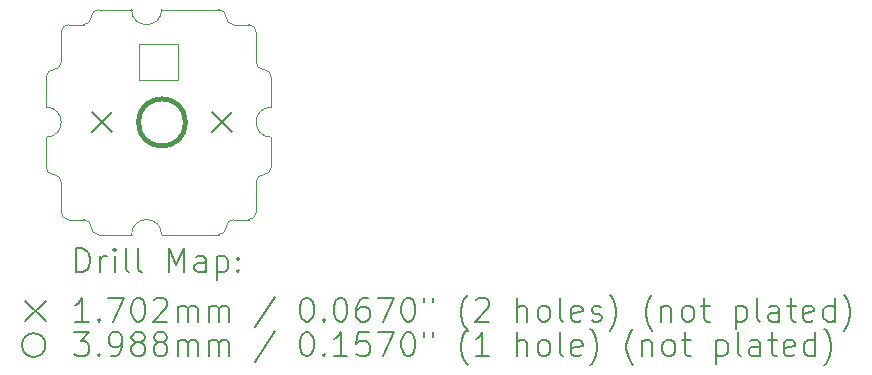
<source format=gbr>
%TF.GenerationSoftware,KiCad,Pcbnew,7.0.5*%
%TF.CreationDate,2023-12-15T15:55:04-05:00*%
%TF.ProjectId,amoebe_streamline,616d6f65-6265-45f7-9374-7265616d6c69,rev?*%
%TF.SameCoordinates,Original*%
%TF.FileFunction,Drillmap*%
%TF.FilePolarity,Positive*%
%FSLAX45Y45*%
G04 Gerber Fmt 4.5, Leading zero omitted, Abs format (unit mm)*
G04 Created by KiCad (PCBNEW 7.0.5) date 2023-12-15 15:55:04*
%MOMM*%
%LPD*%
G01*
G04 APERTURE LIST*
%ADD10C,0.100000*%
%ADD11C,0.200000*%
%ADD12C,0.170180*%
%ADD13C,0.398780*%
G04 APERTURE END LIST*
D10*
X13398500Y-9588500D02*
G75*
G03*
X13335000Y-9652000I0J-63500D01*
G01*
X14058200Y-9080500D02*
G75*
G03*
X14312200Y-9080500I127000J0D01*
G01*
X13525500Y-9207500D02*
X13652500Y-9207500D01*
X13779500Y-10985500D02*
X14058200Y-10985500D01*
X15240000Y-9652000D02*
G75*
G03*
X15176500Y-9588500I-63500J0D01*
G01*
X14452600Y-9373950D02*
X14124940Y-9373950D01*
X15113000Y-9271000D02*
X15113000Y-9525000D01*
X14859000Y-9144000D02*
G75*
G03*
X14922500Y-9207500I63500J0D01*
G01*
X13652500Y-9207500D02*
G75*
G03*
X13716000Y-9144000I0J63500D01*
G01*
X15240000Y-10160000D02*
X15240000Y-10414000D01*
X15240000Y-9906000D02*
X15240000Y-9652000D01*
X13462000Y-10795000D02*
G75*
G03*
X13525500Y-10858500I63500J0D01*
G01*
X13779500Y-9080500D02*
G75*
G03*
X13716000Y-9144000I0J-63500D01*
G01*
X13335000Y-10414000D02*
G75*
G03*
X13398500Y-10477500I63500J0D01*
G01*
X14312200Y-10985500D02*
X14795500Y-10985500D01*
X13335000Y-9906000D02*
X13335000Y-9652000D01*
X14452600Y-9676050D02*
X14452600Y-9373950D01*
X14922500Y-10858500D02*
G75*
G03*
X14859000Y-10922000I0J-63500D01*
G01*
X13716000Y-10922000D02*
G75*
G03*
X13779500Y-10985500I63500J0D01*
G01*
X13335000Y-10160000D02*
X13335000Y-10414000D01*
X14859000Y-9144000D02*
G75*
G03*
X14795500Y-9080500I-63500J0D01*
G01*
X13462000Y-9271000D02*
X13462000Y-9525000D01*
X13335000Y-10160000D02*
G75*
G03*
X13335000Y-9906000I0J127000D01*
G01*
X15049500Y-10858500D02*
G75*
G03*
X15113000Y-10795000I0J63500D01*
G01*
X13525500Y-9207500D02*
G75*
G03*
X13462000Y-9271000I0J-63500D01*
G01*
X15176500Y-10477500D02*
G75*
G03*
X15113000Y-10541000I0J-63500D01*
G01*
X15049500Y-10858500D02*
X14922500Y-10858500D01*
X15113000Y-9271000D02*
G75*
G03*
X15049500Y-9207500I-63500J0D01*
G01*
X13779500Y-9080500D02*
X14058200Y-9080500D01*
X13716000Y-10922000D02*
G75*
G03*
X13652500Y-10858500I-63500J0D01*
G01*
X15176500Y-10477500D02*
G75*
G03*
X15240000Y-10414000I0J63500D01*
G01*
X13525500Y-10858500D02*
X13652500Y-10858500D01*
X15113000Y-9525000D02*
G75*
G03*
X15176500Y-9588500I63500J0D01*
G01*
X14124940Y-9676050D02*
X14452600Y-9676050D01*
X13398500Y-9588500D02*
G75*
G03*
X13462000Y-9525000I0J63500D01*
G01*
X14922500Y-9207500D02*
X15049500Y-9207500D01*
X13462000Y-10541000D02*
G75*
G03*
X13398500Y-10477500I-63500J0D01*
G01*
X15240000Y-9906000D02*
G75*
G03*
X15240000Y-10160000I0J-127000D01*
G01*
X14795500Y-9080500D02*
X14312200Y-9080500D01*
X14124940Y-9373950D02*
X14124940Y-9676050D01*
X14312200Y-10985500D02*
G75*
G03*
X14058200Y-10985500I-127000J0D01*
G01*
X15113000Y-10795000D02*
X15113000Y-10541000D01*
X14795500Y-10985500D02*
G75*
G03*
X14859000Y-10922000I0J63500D01*
G01*
X13462000Y-10541000D02*
X13462000Y-10795000D01*
D11*
D12*
X13722350Y-9950450D02*
X13892530Y-10120630D01*
X13892530Y-9950450D02*
X13722350Y-10120630D01*
X14738350Y-9950450D02*
X14908530Y-10120630D01*
X14908530Y-9950450D02*
X14738350Y-10120630D01*
D13*
X14514830Y-10035540D02*
G75*
G03*
X14514830Y-10035540I-199390J0D01*
G01*
D11*
X13590777Y-11301984D02*
X13590777Y-11101984D01*
X13590777Y-11101984D02*
X13638396Y-11101984D01*
X13638396Y-11101984D02*
X13666967Y-11111508D01*
X13666967Y-11111508D02*
X13686015Y-11130555D01*
X13686015Y-11130555D02*
X13695539Y-11149603D01*
X13695539Y-11149603D02*
X13705062Y-11187698D01*
X13705062Y-11187698D02*
X13705062Y-11216269D01*
X13705062Y-11216269D02*
X13695539Y-11254365D01*
X13695539Y-11254365D02*
X13686015Y-11273412D01*
X13686015Y-11273412D02*
X13666967Y-11292460D01*
X13666967Y-11292460D02*
X13638396Y-11301984D01*
X13638396Y-11301984D02*
X13590777Y-11301984D01*
X13790777Y-11301984D02*
X13790777Y-11168650D01*
X13790777Y-11206746D02*
X13800301Y-11187698D01*
X13800301Y-11187698D02*
X13809824Y-11178174D01*
X13809824Y-11178174D02*
X13828872Y-11168650D01*
X13828872Y-11168650D02*
X13847920Y-11168650D01*
X13914586Y-11301984D02*
X13914586Y-11168650D01*
X13914586Y-11101984D02*
X13905062Y-11111508D01*
X13905062Y-11111508D02*
X13914586Y-11121031D01*
X13914586Y-11121031D02*
X13924110Y-11111508D01*
X13924110Y-11111508D02*
X13914586Y-11101984D01*
X13914586Y-11101984D02*
X13914586Y-11121031D01*
X14038396Y-11301984D02*
X14019348Y-11292460D01*
X14019348Y-11292460D02*
X14009824Y-11273412D01*
X14009824Y-11273412D02*
X14009824Y-11101984D01*
X14143158Y-11301984D02*
X14124110Y-11292460D01*
X14124110Y-11292460D02*
X14114586Y-11273412D01*
X14114586Y-11273412D02*
X14114586Y-11101984D01*
X14371729Y-11301984D02*
X14371729Y-11101984D01*
X14371729Y-11101984D02*
X14438396Y-11244841D01*
X14438396Y-11244841D02*
X14505062Y-11101984D01*
X14505062Y-11101984D02*
X14505062Y-11301984D01*
X14686015Y-11301984D02*
X14686015Y-11197222D01*
X14686015Y-11197222D02*
X14676491Y-11178174D01*
X14676491Y-11178174D02*
X14657443Y-11168650D01*
X14657443Y-11168650D02*
X14619348Y-11168650D01*
X14619348Y-11168650D02*
X14600301Y-11178174D01*
X14686015Y-11292460D02*
X14666967Y-11301984D01*
X14666967Y-11301984D02*
X14619348Y-11301984D01*
X14619348Y-11301984D02*
X14600301Y-11292460D01*
X14600301Y-11292460D02*
X14590777Y-11273412D01*
X14590777Y-11273412D02*
X14590777Y-11254365D01*
X14590777Y-11254365D02*
X14600301Y-11235317D01*
X14600301Y-11235317D02*
X14619348Y-11225793D01*
X14619348Y-11225793D02*
X14666967Y-11225793D01*
X14666967Y-11225793D02*
X14686015Y-11216269D01*
X14781253Y-11168650D02*
X14781253Y-11368650D01*
X14781253Y-11178174D02*
X14800301Y-11168650D01*
X14800301Y-11168650D02*
X14838396Y-11168650D01*
X14838396Y-11168650D02*
X14857443Y-11178174D01*
X14857443Y-11178174D02*
X14866967Y-11187698D01*
X14866967Y-11187698D02*
X14876491Y-11206746D01*
X14876491Y-11206746D02*
X14876491Y-11263888D01*
X14876491Y-11263888D02*
X14866967Y-11282936D01*
X14866967Y-11282936D02*
X14857443Y-11292460D01*
X14857443Y-11292460D02*
X14838396Y-11301984D01*
X14838396Y-11301984D02*
X14800301Y-11301984D01*
X14800301Y-11301984D02*
X14781253Y-11292460D01*
X14962205Y-11282936D02*
X14971729Y-11292460D01*
X14971729Y-11292460D02*
X14962205Y-11301984D01*
X14962205Y-11301984D02*
X14952682Y-11292460D01*
X14952682Y-11292460D02*
X14962205Y-11282936D01*
X14962205Y-11282936D02*
X14962205Y-11301984D01*
X14962205Y-11178174D02*
X14971729Y-11187698D01*
X14971729Y-11187698D02*
X14962205Y-11197222D01*
X14962205Y-11197222D02*
X14952682Y-11187698D01*
X14952682Y-11187698D02*
X14962205Y-11178174D01*
X14962205Y-11178174D02*
X14962205Y-11197222D01*
D12*
X13159820Y-11545410D02*
X13330000Y-11715590D01*
X13330000Y-11545410D02*
X13159820Y-11715590D01*
D11*
X13695539Y-11721984D02*
X13581253Y-11721984D01*
X13638396Y-11721984D02*
X13638396Y-11521984D01*
X13638396Y-11521984D02*
X13619348Y-11550555D01*
X13619348Y-11550555D02*
X13600301Y-11569603D01*
X13600301Y-11569603D02*
X13581253Y-11579127D01*
X13781253Y-11702936D02*
X13790777Y-11712460D01*
X13790777Y-11712460D02*
X13781253Y-11721984D01*
X13781253Y-11721984D02*
X13771729Y-11712460D01*
X13771729Y-11712460D02*
X13781253Y-11702936D01*
X13781253Y-11702936D02*
X13781253Y-11721984D01*
X13857443Y-11521984D02*
X13990777Y-11521984D01*
X13990777Y-11521984D02*
X13905062Y-11721984D01*
X14105062Y-11521984D02*
X14124110Y-11521984D01*
X14124110Y-11521984D02*
X14143158Y-11531508D01*
X14143158Y-11531508D02*
X14152682Y-11541031D01*
X14152682Y-11541031D02*
X14162205Y-11560079D01*
X14162205Y-11560079D02*
X14171729Y-11598174D01*
X14171729Y-11598174D02*
X14171729Y-11645793D01*
X14171729Y-11645793D02*
X14162205Y-11683888D01*
X14162205Y-11683888D02*
X14152682Y-11702936D01*
X14152682Y-11702936D02*
X14143158Y-11712460D01*
X14143158Y-11712460D02*
X14124110Y-11721984D01*
X14124110Y-11721984D02*
X14105062Y-11721984D01*
X14105062Y-11721984D02*
X14086015Y-11712460D01*
X14086015Y-11712460D02*
X14076491Y-11702936D01*
X14076491Y-11702936D02*
X14066967Y-11683888D01*
X14066967Y-11683888D02*
X14057443Y-11645793D01*
X14057443Y-11645793D02*
X14057443Y-11598174D01*
X14057443Y-11598174D02*
X14066967Y-11560079D01*
X14066967Y-11560079D02*
X14076491Y-11541031D01*
X14076491Y-11541031D02*
X14086015Y-11531508D01*
X14086015Y-11531508D02*
X14105062Y-11521984D01*
X14247920Y-11541031D02*
X14257443Y-11531508D01*
X14257443Y-11531508D02*
X14276491Y-11521984D01*
X14276491Y-11521984D02*
X14324110Y-11521984D01*
X14324110Y-11521984D02*
X14343158Y-11531508D01*
X14343158Y-11531508D02*
X14352682Y-11541031D01*
X14352682Y-11541031D02*
X14362205Y-11560079D01*
X14362205Y-11560079D02*
X14362205Y-11579127D01*
X14362205Y-11579127D02*
X14352682Y-11607698D01*
X14352682Y-11607698D02*
X14238396Y-11721984D01*
X14238396Y-11721984D02*
X14362205Y-11721984D01*
X14447920Y-11721984D02*
X14447920Y-11588650D01*
X14447920Y-11607698D02*
X14457443Y-11598174D01*
X14457443Y-11598174D02*
X14476491Y-11588650D01*
X14476491Y-11588650D02*
X14505063Y-11588650D01*
X14505063Y-11588650D02*
X14524110Y-11598174D01*
X14524110Y-11598174D02*
X14533634Y-11617222D01*
X14533634Y-11617222D02*
X14533634Y-11721984D01*
X14533634Y-11617222D02*
X14543158Y-11598174D01*
X14543158Y-11598174D02*
X14562205Y-11588650D01*
X14562205Y-11588650D02*
X14590777Y-11588650D01*
X14590777Y-11588650D02*
X14609824Y-11598174D01*
X14609824Y-11598174D02*
X14619348Y-11617222D01*
X14619348Y-11617222D02*
X14619348Y-11721984D01*
X14714586Y-11721984D02*
X14714586Y-11588650D01*
X14714586Y-11607698D02*
X14724110Y-11598174D01*
X14724110Y-11598174D02*
X14743158Y-11588650D01*
X14743158Y-11588650D02*
X14771729Y-11588650D01*
X14771729Y-11588650D02*
X14790777Y-11598174D01*
X14790777Y-11598174D02*
X14800301Y-11617222D01*
X14800301Y-11617222D02*
X14800301Y-11721984D01*
X14800301Y-11617222D02*
X14809824Y-11598174D01*
X14809824Y-11598174D02*
X14828872Y-11588650D01*
X14828872Y-11588650D02*
X14857443Y-11588650D01*
X14857443Y-11588650D02*
X14876491Y-11598174D01*
X14876491Y-11598174D02*
X14886015Y-11617222D01*
X14886015Y-11617222D02*
X14886015Y-11721984D01*
X15276491Y-11512460D02*
X15105063Y-11769603D01*
X15533634Y-11521984D02*
X15552682Y-11521984D01*
X15552682Y-11521984D02*
X15571729Y-11531508D01*
X15571729Y-11531508D02*
X15581253Y-11541031D01*
X15581253Y-11541031D02*
X15590777Y-11560079D01*
X15590777Y-11560079D02*
X15600301Y-11598174D01*
X15600301Y-11598174D02*
X15600301Y-11645793D01*
X15600301Y-11645793D02*
X15590777Y-11683888D01*
X15590777Y-11683888D02*
X15581253Y-11702936D01*
X15581253Y-11702936D02*
X15571729Y-11712460D01*
X15571729Y-11712460D02*
X15552682Y-11721984D01*
X15552682Y-11721984D02*
X15533634Y-11721984D01*
X15533634Y-11721984D02*
X15514586Y-11712460D01*
X15514586Y-11712460D02*
X15505063Y-11702936D01*
X15505063Y-11702936D02*
X15495539Y-11683888D01*
X15495539Y-11683888D02*
X15486015Y-11645793D01*
X15486015Y-11645793D02*
X15486015Y-11598174D01*
X15486015Y-11598174D02*
X15495539Y-11560079D01*
X15495539Y-11560079D02*
X15505063Y-11541031D01*
X15505063Y-11541031D02*
X15514586Y-11531508D01*
X15514586Y-11531508D02*
X15533634Y-11521984D01*
X15686015Y-11702936D02*
X15695539Y-11712460D01*
X15695539Y-11712460D02*
X15686015Y-11721984D01*
X15686015Y-11721984D02*
X15676491Y-11712460D01*
X15676491Y-11712460D02*
X15686015Y-11702936D01*
X15686015Y-11702936D02*
X15686015Y-11721984D01*
X15819348Y-11521984D02*
X15838396Y-11521984D01*
X15838396Y-11521984D02*
X15857444Y-11531508D01*
X15857444Y-11531508D02*
X15866967Y-11541031D01*
X15866967Y-11541031D02*
X15876491Y-11560079D01*
X15876491Y-11560079D02*
X15886015Y-11598174D01*
X15886015Y-11598174D02*
X15886015Y-11645793D01*
X15886015Y-11645793D02*
X15876491Y-11683888D01*
X15876491Y-11683888D02*
X15866967Y-11702936D01*
X15866967Y-11702936D02*
X15857444Y-11712460D01*
X15857444Y-11712460D02*
X15838396Y-11721984D01*
X15838396Y-11721984D02*
X15819348Y-11721984D01*
X15819348Y-11721984D02*
X15800301Y-11712460D01*
X15800301Y-11712460D02*
X15790777Y-11702936D01*
X15790777Y-11702936D02*
X15781253Y-11683888D01*
X15781253Y-11683888D02*
X15771729Y-11645793D01*
X15771729Y-11645793D02*
X15771729Y-11598174D01*
X15771729Y-11598174D02*
X15781253Y-11560079D01*
X15781253Y-11560079D02*
X15790777Y-11541031D01*
X15790777Y-11541031D02*
X15800301Y-11531508D01*
X15800301Y-11531508D02*
X15819348Y-11521984D01*
X16057444Y-11521984D02*
X16019348Y-11521984D01*
X16019348Y-11521984D02*
X16000301Y-11531508D01*
X16000301Y-11531508D02*
X15990777Y-11541031D01*
X15990777Y-11541031D02*
X15971729Y-11569603D01*
X15971729Y-11569603D02*
X15962206Y-11607698D01*
X15962206Y-11607698D02*
X15962206Y-11683888D01*
X15962206Y-11683888D02*
X15971729Y-11702936D01*
X15971729Y-11702936D02*
X15981253Y-11712460D01*
X15981253Y-11712460D02*
X16000301Y-11721984D01*
X16000301Y-11721984D02*
X16038396Y-11721984D01*
X16038396Y-11721984D02*
X16057444Y-11712460D01*
X16057444Y-11712460D02*
X16066967Y-11702936D01*
X16066967Y-11702936D02*
X16076491Y-11683888D01*
X16076491Y-11683888D02*
X16076491Y-11636269D01*
X16076491Y-11636269D02*
X16066967Y-11617222D01*
X16066967Y-11617222D02*
X16057444Y-11607698D01*
X16057444Y-11607698D02*
X16038396Y-11598174D01*
X16038396Y-11598174D02*
X16000301Y-11598174D01*
X16000301Y-11598174D02*
X15981253Y-11607698D01*
X15981253Y-11607698D02*
X15971729Y-11617222D01*
X15971729Y-11617222D02*
X15962206Y-11636269D01*
X16143158Y-11521984D02*
X16276491Y-11521984D01*
X16276491Y-11521984D02*
X16190777Y-11721984D01*
X16390777Y-11521984D02*
X16409825Y-11521984D01*
X16409825Y-11521984D02*
X16428872Y-11531508D01*
X16428872Y-11531508D02*
X16438396Y-11541031D01*
X16438396Y-11541031D02*
X16447920Y-11560079D01*
X16447920Y-11560079D02*
X16457444Y-11598174D01*
X16457444Y-11598174D02*
X16457444Y-11645793D01*
X16457444Y-11645793D02*
X16447920Y-11683888D01*
X16447920Y-11683888D02*
X16438396Y-11702936D01*
X16438396Y-11702936D02*
X16428872Y-11712460D01*
X16428872Y-11712460D02*
X16409825Y-11721984D01*
X16409825Y-11721984D02*
X16390777Y-11721984D01*
X16390777Y-11721984D02*
X16371729Y-11712460D01*
X16371729Y-11712460D02*
X16362206Y-11702936D01*
X16362206Y-11702936D02*
X16352682Y-11683888D01*
X16352682Y-11683888D02*
X16343158Y-11645793D01*
X16343158Y-11645793D02*
X16343158Y-11598174D01*
X16343158Y-11598174D02*
X16352682Y-11560079D01*
X16352682Y-11560079D02*
X16362206Y-11541031D01*
X16362206Y-11541031D02*
X16371729Y-11531508D01*
X16371729Y-11531508D02*
X16390777Y-11521984D01*
X16533634Y-11521984D02*
X16533634Y-11560079D01*
X16609825Y-11521984D02*
X16609825Y-11560079D01*
X16905063Y-11798174D02*
X16895539Y-11788650D01*
X16895539Y-11788650D02*
X16876491Y-11760079D01*
X16876491Y-11760079D02*
X16866968Y-11741031D01*
X16866968Y-11741031D02*
X16857444Y-11712460D01*
X16857444Y-11712460D02*
X16847920Y-11664841D01*
X16847920Y-11664841D02*
X16847920Y-11626746D01*
X16847920Y-11626746D02*
X16857444Y-11579127D01*
X16857444Y-11579127D02*
X16866968Y-11550555D01*
X16866968Y-11550555D02*
X16876491Y-11531508D01*
X16876491Y-11531508D02*
X16895539Y-11502936D01*
X16895539Y-11502936D02*
X16905063Y-11493412D01*
X16971730Y-11541031D02*
X16981253Y-11531508D01*
X16981253Y-11531508D02*
X17000301Y-11521984D01*
X17000301Y-11521984D02*
X17047920Y-11521984D01*
X17047920Y-11521984D02*
X17066968Y-11531508D01*
X17066968Y-11531508D02*
X17076491Y-11541031D01*
X17076491Y-11541031D02*
X17086015Y-11560079D01*
X17086015Y-11560079D02*
X17086015Y-11579127D01*
X17086015Y-11579127D02*
X17076491Y-11607698D01*
X17076491Y-11607698D02*
X16962206Y-11721984D01*
X16962206Y-11721984D02*
X17086015Y-11721984D01*
X17324111Y-11721984D02*
X17324111Y-11521984D01*
X17409825Y-11721984D02*
X17409825Y-11617222D01*
X17409825Y-11617222D02*
X17400301Y-11598174D01*
X17400301Y-11598174D02*
X17381253Y-11588650D01*
X17381253Y-11588650D02*
X17352682Y-11588650D01*
X17352682Y-11588650D02*
X17333634Y-11598174D01*
X17333634Y-11598174D02*
X17324111Y-11607698D01*
X17533634Y-11721984D02*
X17514587Y-11712460D01*
X17514587Y-11712460D02*
X17505063Y-11702936D01*
X17505063Y-11702936D02*
X17495539Y-11683888D01*
X17495539Y-11683888D02*
X17495539Y-11626746D01*
X17495539Y-11626746D02*
X17505063Y-11607698D01*
X17505063Y-11607698D02*
X17514587Y-11598174D01*
X17514587Y-11598174D02*
X17533634Y-11588650D01*
X17533634Y-11588650D02*
X17562206Y-11588650D01*
X17562206Y-11588650D02*
X17581253Y-11598174D01*
X17581253Y-11598174D02*
X17590777Y-11607698D01*
X17590777Y-11607698D02*
X17600301Y-11626746D01*
X17600301Y-11626746D02*
X17600301Y-11683888D01*
X17600301Y-11683888D02*
X17590777Y-11702936D01*
X17590777Y-11702936D02*
X17581253Y-11712460D01*
X17581253Y-11712460D02*
X17562206Y-11721984D01*
X17562206Y-11721984D02*
X17533634Y-11721984D01*
X17714587Y-11721984D02*
X17695539Y-11712460D01*
X17695539Y-11712460D02*
X17686015Y-11693412D01*
X17686015Y-11693412D02*
X17686015Y-11521984D01*
X17866968Y-11712460D02*
X17847920Y-11721984D01*
X17847920Y-11721984D02*
X17809825Y-11721984D01*
X17809825Y-11721984D02*
X17790777Y-11712460D01*
X17790777Y-11712460D02*
X17781253Y-11693412D01*
X17781253Y-11693412D02*
X17781253Y-11617222D01*
X17781253Y-11617222D02*
X17790777Y-11598174D01*
X17790777Y-11598174D02*
X17809825Y-11588650D01*
X17809825Y-11588650D02*
X17847920Y-11588650D01*
X17847920Y-11588650D02*
X17866968Y-11598174D01*
X17866968Y-11598174D02*
X17876492Y-11617222D01*
X17876492Y-11617222D02*
X17876492Y-11636269D01*
X17876492Y-11636269D02*
X17781253Y-11655317D01*
X17952682Y-11712460D02*
X17971730Y-11721984D01*
X17971730Y-11721984D02*
X18009825Y-11721984D01*
X18009825Y-11721984D02*
X18028873Y-11712460D01*
X18028873Y-11712460D02*
X18038396Y-11693412D01*
X18038396Y-11693412D02*
X18038396Y-11683888D01*
X18038396Y-11683888D02*
X18028873Y-11664841D01*
X18028873Y-11664841D02*
X18009825Y-11655317D01*
X18009825Y-11655317D02*
X17981253Y-11655317D01*
X17981253Y-11655317D02*
X17962206Y-11645793D01*
X17962206Y-11645793D02*
X17952682Y-11626746D01*
X17952682Y-11626746D02*
X17952682Y-11617222D01*
X17952682Y-11617222D02*
X17962206Y-11598174D01*
X17962206Y-11598174D02*
X17981253Y-11588650D01*
X17981253Y-11588650D02*
X18009825Y-11588650D01*
X18009825Y-11588650D02*
X18028873Y-11598174D01*
X18105063Y-11798174D02*
X18114587Y-11788650D01*
X18114587Y-11788650D02*
X18133634Y-11760079D01*
X18133634Y-11760079D02*
X18143158Y-11741031D01*
X18143158Y-11741031D02*
X18152682Y-11712460D01*
X18152682Y-11712460D02*
X18162206Y-11664841D01*
X18162206Y-11664841D02*
X18162206Y-11626746D01*
X18162206Y-11626746D02*
X18152682Y-11579127D01*
X18152682Y-11579127D02*
X18143158Y-11550555D01*
X18143158Y-11550555D02*
X18133634Y-11531508D01*
X18133634Y-11531508D02*
X18114587Y-11502936D01*
X18114587Y-11502936D02*
X18105063Y-11493412D01*
X18466968Y-11798174D02*
X18457444Y-11788650D01*
X18457444Y-11788650D02*
X18438396Y-11760079D01*
X18438396Y-11760079D02*
X18428873Y-11741031D01*
X18428873Y-11741031D02*
X18419349Y-11712460D01*
X18419349Y-11712460D02*
X18409825Y-11664841D01*
X18409825Y-11664841D02*
X18409825Y-11626746D01*
X18409825Y-11626746D02*
X18419349Y-11579127D01*
X18419349Y-11579127D02*
X18428873Y-11550555D01*
X18428873Y-11550555D02*
X18438396Y-11531508D01*
X18438396Y-11531508D02*
X18457444Y-11502936D01*
X18457444Y-11502936D02*
X18466968Y-11493412D01*
X18543158Y-11588650D02*
X18543158Y-11721984D01*
X18543158Y-11607698D02*
X18552682Y-11598174D01*
X18552682Y-11598174D02*
X18571730Y-11588650D01*
X18571730Y-11588650D02*
X18600301Y-11588650D01*
X18600301Y-11588650D02*
X18619349Y-11598174D01*
X18619349Y-11598174D02*
X18628873Y-11617222D01*
X18628873Y-11617222D02*
X18628873Y-11721984D01*
X18752682Y-11721984D02*
X18733634Y-11712460D01*
X18733634Y-11712460D02*
X18724111Y-11702936D01*
X18724111Y-11702936D02*
X18714587Y-11683888D01*
X18714587Y-11683888D02*
X18714587Y-11626746D01*
X18714587Y-11626746D02*
X18724111Y-11607698D01*
X18724111Y-11607698D02*
X18733634Y-11598174D01*
X18733634Y-11598174D02*
X18752682Y-11588650D01*
X18752682Y-11588650D02*
X18781254Y-11588650D01*
X18781254Y-11588650D02*
X18800301Y-11598174D01*
X18800301Y-11598174D02*
X18809825Y-11607698D01*
X18809825Y-11607698D02*
X18819349Y-11626746D01*
X18819349Y-11626746D02*
X18819349Y-11683888D01*
X18819349Y-11683888D02*
X18809825Y-11702936D01*
X18809825Y-11702936D02*
X18800301Y-11712460D01*
X18800301Y-11712460D02*
X18781254Y-11721984D01*
X18781254Y-11721984D02*
X18752682Y-11721984D01*
X18876492Y-11588650D02*
X18952682Y-11588650D01*
X18905063Y-11521984D02*
X18905063Y-11693412D01*
X18905063Y-11693412D02*
X18914587Y-11712460D01*
X18914587Y-11712460D02*
X18933634Y-11721984D01*
X18933634Y-11721984D02*
X18952682Y-11721984D01*
X19171730Y-11588650D02*
X19171730Y-11788650D01*
X19171730Y-11598174D02*
X19190777Y-11588650D01*
X19190777Y-11588650D02*
X19228873Y-11588650D01*
X19228873Y-11588650D02*
X19247920Y-11598174D01*
X19247920Y-11598174D02*
X19257444Y-11607698D01*
X19257444Y-11607698D02*
X19266968Y-11626746D01*
X19266968Y-11626746D02*
X19266968Y-11683888D01*
X19266968Y-11683888D02*
X19257444Y-11702936D01*
X19257444Y-11702936D02*
X19247920Y-11712460D01*
X19247920Y-11712460D02*
X19228873Y-11721984D01*
X19228873Y-11721984D02*
X19190777Y-11721984D01*
X19190777Y-11721984D02*
X19171730Y-11712460D01*
X19381254Y-11721984D02*
X19362206Y-11712460D01*
X19362206Y-11712460D02*
X19352682Y-11693412D01*
X19352682Y-11693412D02*
X19352682Y-11521984D01*
X19543158Y-11721984D02*
X19543158Y-11617222D01*
X19543158Y-11617222D02*
X19533635Y-11598174D01*
X19533635Y-11598174D02*
X19514587Y-11588650D01*
X19514587Y-11588650D02*
X19476492Y-11588650D01*
X19476492Y-11588650D02*
X19457444Y-11598174D01*
X19543158Y-11712460D02*
X19524111Y-11721984D01*
X19524111Y-11721984D02*
X19476492Y-11721984D01*
X19476492Y-11721984D02*
X19457444Y-11712460D01*
X19457444Y-11712460D02*
X19447920Y-11693412D01*
X19447920Y-11693412D02*
X19447920Y-11674365D01*
X19447920Y-11674365D02*
X19457444Y-11655317D01*
X19457444Y-11655317D02*
X19476492Y-11645793D01*
X19476492Y-11645793D02*
X19524111Y-11645793D01*
X19524111Y-11645793D02*
X19543158Y-11636269D01*
X19609825Y-11588650D02*
X19686015Y-11588650D01*
X19638396Y-11521984D02*
X19638396Y-11693412D01*
X19638396Y-11693412D02*
X19647920Y-11712460D01*
X19647920Y-11712460D02*
X19666968Y-11721984D01*
X19666968Y-11721984D02*
X19686015Y-11721984D01*
X19828873Y-11712460D02*
X19809825Y-11721984D01*
X19809825Y-11721984D02*
X19771730Y-11721984D01*
X19771730Y-11721984D02*
X19752682Y-11712460D01*
X19752682Y-11712460D02*
X19743158Y-11693412D01*
X19743158Y-11693412D02*
X19743158Y-11617222D01*
X19743158Y-11617222D02*
X19752682Y-11598174D01*
X19752682Y-11598174D02*
X19771730Y-11588650D01*
X19771730Y-11588650D02*
X19809825Y-11588650D01*
X19809825Y-11588650D02*
X19828873Y-11598174D01*
X19828873Y-11598174D02*
X19838396Y-11617222D01*
X19838396Y-11617222D02*
X19838396Y-11636269D01*
X19838396Y-11636269D02*
X19743158Y-11655317D01*
X20009825Y-11721984D02*
X20009825Y-11521984D01*
X20009825Y-11712460D02*
X19990777Y-11721984D01*
X19990777Y-11721984D02*
X19952682Y-11721984D01*
X19952682Y-11721984D02*
X19933635Y-11712460D01*
X19933635Y-11712460D02*
X19924111Y-11702936D01*
X19924111Y-11702936D02*
X19914587Y-11683888D01*
X19914587Y-11683888D02*
X19914587Y-11626746D01*
X19914587Y-11626746D02*
X19924111Y-11607698D01*
X19924111Y-11607698D02*
X19933635Y-11598174D01*
X19933635Y-11598174D02*
X19952682Y-11588650D01*
X19952682Y-11588650D02*
X19990777Y-11588650D01*
X19990777Y-11588650D02*
X20009825Y-11598174D01*
X20086016Y-11798174D02*
X20095539Y-11788650D01*
X20095539Y-11788650D02*
X20114587Y-11760079D01*
X20114587Y-11760079D02*
X20124111Y-11741031D01*
X20124111Y-11741031D02*
X20133635Y-11712460D01*
X20133635Y-11712460D02*
X20143158Y-11664841D01*
X20143158Y-11664841D02*
X20143158Y-11626746D01*
X20143158Y-11626746D02*
X20133635Y-11579127D01*
X20133635Y-11579127D02*
X20124111Y-11550555D01*
X20124111Y-11550555D02*
X20114587Y-11531508D01*
X20114587Y-11531508D02*
X20095539Y-11502936D01*
X20095539Y-11502936D02*
X20086016Y-11493412D01*
X13330000Y-11920680D02*
G75*
G03*
X13330000Y-11920680I-100000J0D01*
G01*
X13571729Y-11812164D02*
X13695539Y-11812164D01*
X13695539Y-11812164D02*
X13628872Y-11888354D01*
X13628872Y-11888354D02*
X13657443Y-11888354D01*
X13657443Y-11888354D02*
X13676491Y-11897878D01*
X13676491Y-11897878D02*
X13686015Y-11907402D01*
X13686015Y-11907402D02*
X13695539Y-11926449D01*
X13695539Y-11926449D02*
X13695539Y-11974068D01*
X13695539Y-11974068D02*
X13686015Y-11993116D01*
X13686015Y-11993116D02*
X13676491Y-12002640D01*
X13676491Y-12002640D02*
X13657443Y-12012164D01*
X13657443Y-12012164D02*
X13600301Y-12012164D01*
X13600301Y-12012164D02*
X13581253Y-12002640D01*
X13581253Y-12002640D02*
X13571729Y-11993116D01*
X13781253Y-11993116D02*
X13790777Y-12002640D01*
X13790777Y-12002640D02*
X13781253Y-12012164D01*
X13781253Y-12012164D02*
X13771729Y-12002640D01*
X13771729Y-12002640D02*
X13781253Y-11993116D01*
X13781253Y-11993116D02*
X13781253Y-12012164D01*
X13886015Y-12012164D02*
X13924110Y-12012164D01*
X13924110Y-12012164D02*
X13943158Y-12002640D01*
X13943158Y-12002640D02*
X13952682Y-11993116D01*
X13952682Y-11993116D02*
X13971729Y-11964545D01*
X13971729Y-11964545D02*
X13981253Y-11926449D01*
X13981253Y-11926449D02*
X13981253Y-11850259D01*
X13981253Y-11850259D02*
X13971729Y-11831211D01*
X13971729Y-11831211D02*
X13962205Y-11821688D01*
X13962205Y-11821688D02*
X13943158Y-11812164D01*
X13943158Y-11812164D02*
X13905062Y-11812164D01*
X13905062Y-11812164D02*
X13886015Y-11821688D01*
X13886015Y-11821688D02*
X13876491Y-11831211D01*
X13876491Y-11831211D02*
X13866967Y-11850259D01*
X13866967Y-11850259D02*
X13866967Y-11897878D01*
X13866967Y-11897878D02*
X13876491Y-11916926D01*
X13876491Y-11916926D02*
X13886015Y-11926449D01*
X13886015Y-11926449D02*
X13905062Y-11935973D01*
X13905062Y-11935973D02*
X13943158Y-11935973D01*
X13943158Y-11935973D02*
X13962205Y-11926449D01*
X13962205Y-11926449D02*
X13971729Y-11916926D01*
X13971729Y-11916926D02*
X13981253Y-11897878D01*
X14095539Y-11897878D02*
X14076491Y-11888354D01*
X14076491Y-11888354D02*
X14066967Y-11878830D01*
X14066967Y-11878830D02*
X14057443Y-11859783D01*
X14057443Y-11859783D02*
X14057443Y-11850259D01*
X14057443Y-11850259D02*
X14066967Y-11831211D01*
X14066967Y-11831211D02*
X14076491Y-11821688D01*
X14076491Y-11821688D02*
X14095539Y-11812164D01*
X14095539Y-11812164D02*
X14133634Y-11812164D01*
X14133634Y-11812164D02*
X14152682Y-11821688D01*
X14152682Y-11821688D02*
X14162205Y-11831211D01*
X14162205Y-11831211D02*
X14171729Y-11850259D01*
X14171729Y-11850259D02*
X14171729Y-11859783D01*
X14171729Y-11859783D02*
X14162205Y-11878830D01*
X14162205Y-11878830D02*
X14152682Y-11888354D01*
X14152682Y-11888354D02*
X14133634Y-11897878D01*
X14133634Y-11897878D02*
X14095539Y-11897878D01*
X14095539Y-11897878D02*
X14076491Y-11907402D01*
X14076491Y-11907402D02*
X14066967Y-11916926D01*
X14066967Y-11916926D02*
X14057443Y-11935973D01*
X14057443Y-11935973D02*
X14057443Y-11974068D01*
X14057443Y-11974068D02*
X14066967Y-11993116D01*
X14066967Y-11993116D02*
X14076491Y-12002640D01*
X14076491Y-12002640D02*
X14095539Y-12012164D01*
X14095539Y-12012164D02*
X14133634Y-12012164D01*
X14133634Y-12012164D02*
X14152682Y-12002640D01*
X14152682Y-12002640D02*
X14162205Y-11993116D01*
X14162205Y-11993116D02*
X14171729Y-11974068D01*
X14171729Y-11974068D02*
X14171729Y-11935973D01*
X14171729Y-11935973D02*
X14162205Y-11916926D01*
X14162205Y-11916926D02*
X14152682Y-11907402D01*
X14152682Y-11907402D02*
X14133634Y-11897878D01*
X14286015Y-11897878D02*
X14266967Y-11888354D01*
X14266967Y-11888354D02*
X14257443Y-11878830D01*
X14257443Y-11878830D02*
X14247920Y-11859783D01*
X14247920Y-11859783D02*
X14247920Y-11850259D01*
X14247920Y-11850259D02*
X14257443Y-11831211D01*
X14257443Y-11831211D02*
X14266967Y-11821688D01*
X14266967Y-11821688D02*
X14286015Y-11812164D01*
X14286015Y-11812164D02*
X14324110Y-11812164D01*
X14324110Y-11812164D02*
X14343158Y-11821688D01*
X14343158Y-11821688D02*
X14352682Y-11831211D01*
X14352682Y-11831211D02*
X14362205Y-11850259D01*
X14362205Y-11850259D02*
X14362205Y-11859783D01*
X14362205Y-11859783D02*
X14352682Y-11878830D01*
X14352682Y-11878830D02*
X14343158Y-11888354D01*
X14343158Y-11888354D02*
X14324110Y-11897878D01*
X14324110Y-11897878D02*
X14286015Y-11897878D01*
X14286015Y-11897878D02*
X14266967Y-11907402D01*
X14266967Y-11907402D02*
X14257443Y-11916926D01*
X14257443Y-11916926D02*
X14247920Y-11935973D01*
X14247920Y-11935973D02*
X14247920Y-11974068D01*
X14247920Y-11974068D02*
X14257443Y-11993116D01*
X14257443Y-11993116D02*
X14266967Y-12002640D01*
X14266967Y-12002640D02*
X14286015Y-12012164D01*
X14286015Y-12012164D02*
X14324110Y-12012164D01*
X14324110Y-12012164D02*
X14343158Y-12002640D01*
X14343158Y-12002640D02*
X14352682Y-11993116D01*
X14352682Y-11993116D02*
X14362205Y-11974068D01*
X14362205Y-11974068D02*
X14362205Y-11935973D01*
X14362205Y-11935973D02*
X14352682Y-11916926D01*
X14352682Y-11916926D02*
X14343158Y-11907402D01*
X14343158Y-11907402D02*
X14324110Y-11897878D01*
X14447920Y-12012164D02*
X14447920Y-11878830D01*
X14447920Y-11897878D02*
X14457443Y-11888354D01*
X14457443Y-11888354D02*
X14476491Y-11878830D01*
X14476491Y-11878830D02*
X14505063Y-11878830D01*
X14505063Y-11878830D02*
X14524110Y-11888354D01*
X14524110Y-11888354D02*
X14533634Y-11907402D01*
X14533634Y-11907402D02*
X14533634Y-12012164D01*
X14533634Y-11907402D02*
X14543158Y-11888354D01*
X14543158Y-11888354D02*
X14562205Y-11878830D01*
X14562205Y-11878830D02*
X14590777Y-11878830D01*
X14590777Y-11878830D02*
X14609824Y-11888354D01*
X14609824Y-11888354D02*
X14619348Y-11907402D01*
X14619348Y-11907402D02*
X14619348Y-12012164D01*
X14714586Y-12012164D02*
X14714586Y-11878830D01*
X14714586Y-11897878D02*
X14724110Y-11888354D01*
X14724110Y-11888354D02*
X14743158Y-11878830D01*
X14743158Y-11878830D02*
X14771729Y-11878830D01*
X14771729Y-11878830D02*
X14790777Y-11888354D01*
X14790777Y-11888354D02*
X14800301Y-11907402D01*
X14800301Y-11907402D02*
X14800301Y-12012164D01*
X14800301Y-11907402D02*
X14809824Y-11888354D01*
X14809824Y-11888354D02*
X14828872Y-11878830D01*
X14828872Y-11878830D02*
X14857443Y-11878830D01*
X14857443Y-11878830D02*
X14876491Y-11888354D01*
X14876491Y-11888354D02*
X14886015Y-11907402D01*
X14886015Y-11907402D02*
X14886015Y-12012164D01*
X15276491Y-11802640D02*
X15105063Y-12059783D01*
X15533634Y-11812164D02*
X15552682Y-11812164D01*
X15552682Y-11812164D02*
X15571729Y-11821688D01*
X15571729Y-11821688D02*
X15581253Y-11831211D01*
X15581253Y-11831211D02*
X15590777Y-11850259D01*
X15590777Y-11850259D02*
X15600301Y-11888354D01*
X15600301Y-11888354D02*
X15600301Y-11935973D01*
X15600301Y-11935973D02*
X15590777Y-11974068D01*
X15590777Y-11974068D02*
X15581253Y-11993116D01*
X15581253Y-11993116D02*
X15571729Y-12002640D01*
X15571729Y-12002640D02*
X15552682Y-12012164D01*
X15552682Y-12012164D02*
X15533634Y-12012164D01*
X15533634Y-12012164D02*
X15514586Y-12002640D01*
X15514586Y-12002640D02*
X15505063Y-11993116D01*
X15505063Y-11993116D02*
X15495539Y-11974068D01*
X15495539Y-11974068D02*
X15486015Y-11935973D01*
X15486015Y-11935973D02*
X15486015Y-11888354D01*
X15486015Y-11888354D02*
X15495539Y-11850259D01*
X15495539Y-11850259D02*
X15505063Y-11831211D01*
X15505063Y-11831211D02*
X15514586Y-11821688D01*
X15514586Y-11821688D02*
X15533634Y-11812164D01*
X15686015Y-11993116D02*
X15695539Y-12002640D01*
X15695539Y-12002640D02*
X15686015Y-12012164D01*
X15686015Y-12012164D02*
X15676491Y-12002640D01*
X15676491Y-12002640D02*
X15686015Y-11993116D01*
X15686015Y-11993116D02*
X15686015Y-12012164D01*
X15886015Y-12012164D02*
X15771729Y-12012164D01*
X15828872Y-12012164D02*
X15828872Y-11812164D01*
X15828872Y-11812164D02*
X15809825Y-11840735D01*
X15809825Y-11840735D02*
X15790777Y-11859783D01*
X15790777Y-11859783D02*
X15771729Y-11869307D01*
X16066967Y-11812164D02*
X15971729Y-11812164D01*
X15971729Y-11812164D02*
X15962206Y-11907402D01*
X15962206Y-11907402D02*
X15971729Y-11897878D01*
X15971729Y-11897878D02*
X15990777Y-11888354D01*
X15990777Y-11888354D02*
X16038396Y-11888354D01*
X16038396Y-11888354D02*
X16057444Y-11897878D01*
X16057444Y-11897878D02*
X16066967Y-11907402D01*
X16066967Y-11907402D02*
X16076491Y-11926449D01*
X16076491Y-11926449D02*
X16076491Y-11974068D01*
X16076491Y-11974068D02*
X16066967Y-11993116D01*
X16066967Y-11993116D02*
X16057444Y-12002640D01*
X16057444Y-12002640D02*
X16038396Y-12012164D01*
X16038396Y-12012164D02*
X15990777Y-12012164D01*
X15990777Y-12012164D02*
X15971729Y-12002640D01*
X15971729Y-12002640D02*
X15962206Y-11993116D01*
X16143158Y-11812164D02*
X16276491Y-11812164D01*
X16276491Y-11812164D02*
X16190777Y-12012164D01*
X16390777Y-11812164D02*
X16409825Y-11812164D01*
X16409825Y-11812164D02*
X16428872Y-11821688D01*
X16428872Y-11821688D02*
X16438396Y-11831211D01*
X16438396Y-11831211D02*
X16447920Y-11850259D01*
X16447920Y-11850259D02*
X16457444Y-11888354D01*
X16457444Y-11888354D02*
X16457444Y-11935973D01*
X16457444Y-11935973D02*
X16447920Y-11974068D01*
X16447920Y-11974068D02*
X16438396Y-11993116D01*
X16438396Y-11993116D02*
X16428872Y-12002640D01*
X16428872Y-12002640D02*
X16409825Y-12012164D01*
X16409825Y-12012164D02*
X16390777Y-12012164D01*
X16390777Y-12012164D02*
X16371729Y-12002640D01*
X16371729Y-12002640D02*
X16362206Y-11993116D01*
X16362206Y-11993116D02*
X16352682Y-11974068D01*
X16352682Y-11974068D02*
X16343158Y-11935973D01*
X16343158Y-11935973D02*
X16343158Y-11888354D01*
X16343158Y-11888354D02*
X16352682Y-11850259D01*
X16352682Y-11850259D02*
X16362206Y-11831211D01*
X16362206Y-11831211D02*
X16371729Y-11821688D01*
X16371729Y-11821688D02*
X16390777Y-11812164D01*
X16533634Y-11812164D02*
X16533634Y-11850259D01*
X16609825Y-11812164D02*
X16609825Y-11850259D01*
X16905063Y-12088354D02*
X16895539Y-12078830D01*
X16895539Y-12078830D02*
X16876491Y-12050259D01*
X16876491Y-12050259D02*
X16866968Y-12031211D01*
X16866968Y-12031211D02*
X16857444Y-12002640D01*
X16857444Y-12002640D02*
X16847920Y-11955021D01*
X16847920Y-11955021D02*
X16847920Y-11916926D01*
X16847920Y-11916926D02*
X16857444Y-11869307D01*
X16857444Y-11869307D02*
X16866968Y-11840735D01*
X16866968Y-11840735D02*
X16876491Y-11821688D01*
X16876491Y-11821688D02*
X16895539Y-11793116D01*
X16895539Y-11793116D02*
X16905063Y-11783592D01*
X17086015Y-12012164D02*
X16971730Y-12012164D01*
X17028872Y-12012164D02*
X17028872Y-11812164D01*
X17028872Y-11812164D02*
X17009825Y-11840735D01*
X17009825Y-11840735D02*
X16990777Y-11859783D01*
X16990777Y-11859783D02*
X16971730Y-11869307D01*
X17324111Y-12012164D02*
X17324111Y-11812164D01*
X17409825Y-12012164D02*
X17409825Y-11907402D01*
X17409825Y-11907402D02*
X17400301Y-11888354D01*
X17400301Y-11888354D02*
X17381253Y-11878830D01*
X17381253Y-11878830D02*
X17352682Y-11878830D01*
X17352682Y-11878830D02*
X17333634Y-11888354D01*
X17333634Y-11888354D02*
X17324111Y-11897878D01*
X17533634Y-12012164D02*
X17514587Y-12002640D01*
X17514587Y-12002640D02*
X17505063Y-11993116D01*
X17505063Y-11993116D02*
X17495539Y-11974068D01*
X17495539Y-11974068D02*
X17495539Y-11916926D01*
X17495539Y-11916926D02*
X17505063Y-11897878D01*
X17505063Y-11897878D02*
X17514587Y-11888354D01*
X17514587Y-11888354D02*
X17533634Y-11878830D01*
X17533634Y-11878830D02*
X17562206Y-11878830D01*
X17562206Y-11878830D02*
X17581253Y-11888354D01*
X17581253Y-11888354D02*
X17590777Y-11897878D01*
X17590777Y-11897878D02*
X17600301Y-11916926D01*
X17600301Y-11916926D02*
X17600301Y-11974068D01*
X17600301Y-11974068D02*
X17590777Y-11993116D01*
X17590777Y-11993116D02*
X17581253Y-12002640D01*
X17581253Y-12002640D02*
X17562206Y-12012164D01*
X17562206Y-12012164D02*
X17533634Y-12012164D01*
X17714587Y-12012164D02*
X17695539Y-12002640D01*
X17695539Y-12002640D02*
X17686015Y-11983592D01*
X17686015Y-11983592D02*
X17686015Y-11812164D01*
X17866968Y-12002640D02*
X17847920Y-12012164D01*
X17847920Y-12012164D02*
X17809825Y-12012164D01*
X17809825Y-12012164D02*
X17790777Y-12002640D01*
X17790777Y-12002640D02*
X17781253Y-11983592D01*
X17781253Y-11983592D02*
X17781253Y-11907402D01*
X17781253Y-11907402D02*
X17790777Y-11888354D01*
X17790777Y-11888354D02*
X17809825Y-11878830D01*
X17809825Y-11878830D02*
X17847920Y-11878830D01*
X17847920Y-11878830D02*
X17866968Y-11888354D01*
X17866968Y-11888354D02*
X17876492Y-11907402D01*
X17876492Y-11907402D02*
X17876492Y-11926449D01*
X17876492Y-11926449D02*
X17781253Y-11945497D01*
X17943158Y-12088354D02*
X17952682Y-12078830D01*
X17952682Y-12078830D02*
X17971730Y-12050259D01*
X17971730Y-12050259D02*
X17981253Y-12031211D01*
X17981253Y-12031211D02*
X17990777Y-12002640D01*
X17990777Y-12002640D02*
X18000301Y-11955021D01*
X18000301Y-11955021D02*
X18000301Y-11916926D01*
X18000301Y-11916926D02*
X17990777Y-11869307D01*
X17990777Y-11869307D02*
X17981253Y-11840735D01*
X17981253Y-11840735D02*
X17971730Y-11821688D01*
X17971730Y-11821688D02*
X17952682Y-11793116D01*
X17952682Y-11793116D02*
X17943158Y-11783592D01*
X18305063Y-12088354D02*
X18295539Y-12078830D01*
X18295539Y-12078830D02*
X18276492Y-12050259D01*
X18276492Y-12050259D02*
X18266968Y-12031211D01*
X18266968Y-12031211D02*
X18257444Y-12002640D01*
X18257444Y-12002640D02*
X18247920Y-11955021D01*
X18247920Y-11955021D02*
X18247920Y-11916926D01*
X18247920Y-11916926D02*
X18257444Y-11869307D01*
X18257444Y-11869307D02*
X18266968Y-11840735D01*
X18266968Y-11840735D02*
X18276492Y-11821688D01*
X18276492Y-11821688D02*
X18295539Y-11793116D01*
X18295539Y-11793116D02*
X18305063Y-11783592D01*
X18381253Y-11878830D02*
X18381253Y-12012164D01*
X18381253Y-11897878D02*
X18390777Y-11888354D01*
X18390777Y-11888354D02*
X18409825Y-11878830D01*
X18409825Y-11878830D02*
X18438396Y-11878830D01*
X18438396Y-11878830D02*
X18457444Y-11888354D01*
X18457444Y-11888354D02*
X18466968Y-11907402D01*
X18466968Y-11907402D02*
X18466968Y-12012164D01*
X18590777Y-12012164D02*
X18571730Y-12002640D01*
X18571730Y-12002640D02*
X18562206Y-11993116D01*
X18562206Y-11993116D02*
X18552682Y-11974068D01*
X18552682Y-11974068D02*
X18552682Y-11916926D01*
X18552682Y-11916926D02*
X18562206Y-11897878D01*
X18562206Y-11897878D02*
X18571730Y-11888354D01*
X18571730Y-11888354D02*
X18590777Y-11878830D01*
X18590777Y-11878830D02*
X18619349Y-11878830D01*
X18619349Y-11878830D02*
X18638396Y-11888354D01*
X18638396Y-11888354D02*
X18647920Y-11897878D01*
X18647920Y-11897878D02*
X18657444Y-11916926D01*
X18657444Y-11916926D02*
X18657444Y-11974068D01*
X18657444Y-11974068D02*
X18647920Y-11993116D01*
X18647920Y-11993116D02*
X18638396Y-12002640D01*
X18638396Y-12002640D02*
X18619349Y-12012164D01*
X18619349Y-12012164D02*
X18590777Y-12012164D01*
X18714587Y-11878830D02*
X18790777Y-11878830D01*
X18743158Y-11812164D02*
X18743158Y-11983592D01*
X18743158Y-11983592D02*
X18752682Y-12002640D01*
X18752682Y-12002640D02*
X18771730Y-12012164D01*
X18771730Y-12012164D02*
X18790777Y-12012164D01*
X19009825Y-11878830D02*
X19009825Y-12078830D01*
X19009825Y-11888354D02*
X19028873Y-11878830D01*
X19028873Y-11878830D02*
X19066968Y-11878830D01*
X19066968Y-11878830D02*
X19086015Y-11888354D01*
X19086015Y-11888354D02*
X19095539Y-11897878D01*
X19095539Y-11897878D02*
X19105063Y-11916926D01*
X19105063Y-11916926D02*
X19105063Y-11974068D01*
X19105063Y-11974068D02*
X19095539Y-11993116D01*
X19095539Y-11993116D02*
X19086015Y-12002640D01*
X19086015Y-12002640D02*
X19066968Y-12012164D01*
X19066968Y-12012164D02*
X19028873Y-12012164D01*
X19028873Y-12012164D02*
X19009825Y-12002640D01*
X19219349Y-12012164D02*
X19200301Y-12002640D01*
X19200301Y-12002640D02*
X19190777Y-11983592D01*
X19190777Y-11983592D02*
X19190777Y-11812164D01*
X19381254Y-12012164D02*
X19381254Y-11907402D01*
X19381254Y-11907402D02*
X19371730Y-11888354D01*
X19371730Y-11888354D02*
X19352682Y-11878830D01*
X19352682Y-11878830D02*
X19314587Y-11878830D01*
X19314587Y-11878830D02*
X19295539Y-11888354D01*
X19381254Y-12002640D02*
X19362206Y-12012164D01*
X19362206Y-12012164D02*
X19314587Y-12012164D01*
X19314587Y-12012164D02*
X19295539Y-12002640D01*
X19295539Y-12002640D02*
X19286015Y-11983592D01*
X19286015Y-11983592D02*
X19286015Y-11964545D01*
X19286015Y-11964545D02*
X19295539Y-11945497D01*
X19295539Y-11945497D02*
X19314587Y-11935973D01*
X19314587Y-11935973D02*
X19362206Y-11935973D01*
X19362206Y-11935973D02*
X19381254Y-11926449D01*
X19447920Y-11878830D02*
X19524111Y-11878830D01*
X19476492Y-11812164D02*
X19476492Y-11983592D01*
X19476492Y-11983592D02*
X19486015Y-12002640D01*
X19486015Y-12002640D02*
X19505063Y-12012164D01*
X19505063Y-12012164D02*
X19524111Y-12012164D01*
X19666968Y-12002640D02*
X19647920Y-12012164D01*
X19647920Y-12012164D02*
X19609825Y-12012164D01*
X19609825Y-12012164D02*
X19590777Y-12002640D01*
X19590777Y-12002640D02*
X19581254Y-11983592D01*
X19581254Y-11983592D02*
X19581254Y-11907402D01*
X19581254Y-11907402D02*
X19590777Y-11888354D01*
X19590777Y-11888354D02*
X19609825Y-11878830D01*
X19609825Y-11878830D02*
X19647920Y-11878830D01*
X19647920Y-11878830D02*
X19666968Y-11888354D01*
X19666968Y-11888354D02*
X19676492Y-11907402D01*
X19676492Y-11907402D02*
X19676492Y-11926449D01*
X19676492Y-11926449D02*
X19581254Y-11945497D01*
X19847920Y-12012164D02*
X19847920Y-11812164D01*
X19847920Y-12002640D02*
X19828873Y-12012164D01*
X19828873Y-12012164D02*
X19790777Y-12012164D01*
X19790777Y-12012164D02*
X19771730Y-12002640D01*
X19771730Y-12002640D02*
X19762206Y-11993116D01*
X19762206Y-11993116D02*
X19752682Y-11974068D01*
X19752682Y-11974068D02*
X19752682Y-11916926D01*
X19752682Y-11916926D02*
X19762206Y-11897878D01*
X19762206Y-11897878D02*
X19771730Y-11888354D01*
X19771730Y-11888354D02*
X19790777Y-11878830D01*
X19790777Y-11878830D02*
X19828873Y-11878830D01*
X19828873Y-11878830D02*
X19847920Y-11888354D01*
X19924111Y-12088354D02*
X19933635Y-12078830D01*
X19933635Y-12078830D02*
X19952682Y-12050259D01*
X19952682Y-12050259D02*
X19962206Y-12031211D01*
X19962206Y-12031211D02*
X19971730Y-12002640D01*
X19971730Y-12002640D02*
X19981254Y-11955021D01*
X19981254Y-11955021D02*
X19981254Y-11916926D01*
X19981254Y-11916926D02*
X19971730Y-11869307D01*
X19971730Y-11869307D02*
X19962206Y-11840735D01*
X19962206Y-11840735D02*
X19952682Y-11821688D01*
X19952682Y-11821688D02*
X19933635Y-11793116D01*
X19933635Y-11793116D02*
X19924111Y-11783592D01*
M02*

</source>
